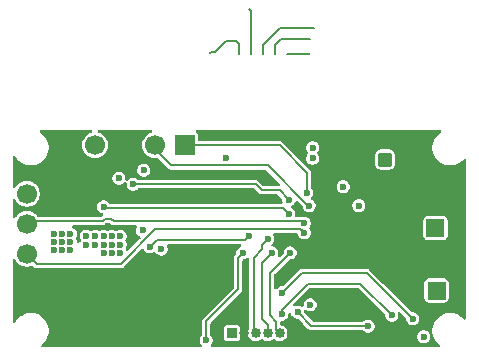
<source format=gbr>
%TF.GenerationSoftware,KiCad,Pcbnew,9.0.4*%
%TF.CreationDate,2025-10-30T10:47:44-04:00*%
%TF.ProjectId,SERVO-ESC,53455256-4f2d-4455-9343-2e6b69636164,rev?*%
%TF.SameCoordinates,Original*%
%TF.FileFunction,Copper,L4,Bot*%
%TF.FilePolarity,Positive*%
%FSLAX46Y46*%
G04 Gerber Fmt 4.6, Leading zero omitted, Abs format (unit mm)*
G04 Created by KiCad (PCBNEW 9.0.4) date 2025-10-30 10:47:44*
%MOMM*%
%LPD*%
G01*
G04 APERTURE LIST*
G04 Aperture macros list*
%AMRoundRect*
0 Rectangle with rounded corners*
0 $1 Rounding radius*
0 $2 $3 $4 $5 $6 $7 $8 $9 X,Y pos of 4 corners*
0 Add a 4 corners polygon primitive as box body*
4,1,4,$2,$3,$4,$5,$6,$7,$8,$9,$2,$3,0*
0 Add four circle primitives for the rounded corners*
1,1,$1+$1,$2,$3*
1,1,$1+$1,$4,$5*
1,1,$1+$1,$6,$7*
1,1,$1+$1,$8,$9*
0 Add four rect primitives between the rounded corners*
20,1,$1+$1,$2,$3,$4,$5,0*
20,1,$1+$1,$4,$5,$6,$7,0*
20,1,$1+$1,$6,$7,$8,$9,0*
20,1,$1+$1,$8,$9,$2,$3,0*%
G04 Aperture macros list end*
%TA.AperFunction,ComponentPad*%
%ADD10RoundRect,0.250000X0.350000X0.350000X-0.350000X0.350000X-0.350000X-0.350000X0.350000X-0.350000X0*%
%TD*%
%TA.AperFunction,ComponentPad*%
%ADD11C,1.200000*%
%TD*%
%TA.AperFunction,ComponentPad*%
%ADD12RoundRect,0.250000X-0.550000X-0.550000X0.550000X-0.550000X0.550000X0.550000X-0.550000X0.550000X0*%
%TD*%
%TA.AperFunction,ComponentPad*%
%ADD13R,0.850000X0.850000*%
%TD*%
%TA.AperFunction,ComponentPad*%
%ADD14C,0.850000*%
%TD*%
%TA.AperFunction,ComponentPad*%
%ADD15R,1.700000X1.700000*%
%TD*%
%TA.AperFunction,ComponentPad*%
%ADD16C,1.700000*%
%TD*%
%TA.AperFunction,ViaPad*%
%ADD17C,0.600000*%
%TD*%
%TA.AperFunction,Conductor*%
%ADD18C,0.200000*%
%TD*%
G04 APERTURE END LIST*
D10*
%TO.P,C4,1*%
%TO.N,+7V*%
X81522600Y-33600000D03*
D11*
%TO.P,C4,2*%
%TO.N,GND*%
X80022600Y-33600000D03*
%TD*%
D12*
%TO.P,J6,1,Pin_1*%
%TO.N,HBRIDGE+*%
X85900000Y-44700000D03*
%TD*%
%TO.P,J5,1,Pin_1*%
%TO.N,HBRIDGE-*%
X85800000Y-39400000D03*
%TD*%
D13*
%TO.P,MAG,1,Pin_1*%
%TO.N,+3.3V*%
X68600000Y-48310000D03*
D14*
%TO.P,MAG,2,Pin_2*%
%TO.N,GND*%
X69600000Y-48310000D03*
%TO.P,MAG,3,Pin_3*%
%TO.N,MAG-SCLK*%
X70600000Y-48310000D03*
%TO.P,MAG,4,Pin_4*%
%TO.N,MAG-MISO*%
X71600000Y-48310000D03*
%TO.P,MAG,5,Pin_5*%
%TO.N,MAG-MOSI*%
X72600000Y-48310000D03*
%TD*%
D15*
%TO.P,J1,1,Pin_1*%
%TO.N,GND*%
X51200000Y-44110000D03*
D16*
%TO.P,J1,2,Pin_2*%
%TO.N,I2C-SCL-2*%
X51200000Y-41570000D03*
%TO.P,J1,3,Pin_3*%
%TO.N,I2C-SDA-2*%
X51200000Y-39030000D03*
%TO.P,J1,4,Pin_4*%
%TO.N,+SV*%
X51200000Y-36490000D03*
%TD*%
D15*
%TO.P,J2,1,Pin_1*%
%TO.N,SWCLK*%
X64600000Y-32400000D03*
D16*
%TO.P,J2,2,Pin_2*%
%TO.N,SWDIO*%
X62060000Y-32400000D03*
%TO.P,J2,3,Pin_3*%
%TO.N,GND*%
X59520000Y-32400000D03*
%TO.P,J2,4,Pin_4*%
%TO.N,3.3V*%
X56980000Y-32400000D03*
%TD*%
D17*
%TO.N,GND*%
X56400000Y-48600000D03*
X55700000Y-48600000D03*
X55000000Y-48600000D03*
X54300000Y-48600000D03*
X53600000Y-48600000D03*
X56400000Y-47900000D03*
X56400000Y-47200000D03*
X56400000Y-46500000D03*
X55700000Y-47900000D03*
X55000000Y-47900000D03*
X54300000Y-47900000D03*
X53600000Y-47900000D03*
X55700000Y-47200000D03*
X55000000Y-47200000D03*
X54300000Y-47200000D03*
X53600000Y-47200000D03*
X55700000Y-46500000D03*
X55000000Y-46500000D03*
X54300000Y-46500000D03*
X53600000Y-46500000D03*
X78100000Y-33900000D03*
X77500000Y-33900000D03*
X76800000Y-33900000D03*
X78100000Y-33200000D03*
X77500000Y-33200000D03*
X76800000Y-33200000D03*
X78200000Y-32500000D03*
X77500000Y-32500000D03*
X76800000Y-32500000D03*
X78200000Y-31800000D03*
X77500000Y-31800000D03*
X76800000Y-31800000D03*
%TO.N,+3.3V*%
X68100000Y-33500000D03*
%TO.N,TMP102-INT*%
X70000000Y-40100000D03*
X61600000Y-41000000D03*
X61000000Y-39600000D03*
%TO.N,HBRIDGE-FAULT*%
X74124265Y-46524265D03*
%TO.N,HBRIDGE-VREF*%
X72800000Y-46700000D03*
%TO.N,HBRIDGE-IPROPI*%
X72800000Y-44900000D03*
%TO.N,MAG-MISO*%
X71950000Y-41501000D03*
%TO.N,MAG-MOSI*%
X73500000Y-41501000D03*
%TO.N,MAG-SCLK*%
X71600000Y-40300000D03*
%TO.N,+3.3V*%
X75200000Y-45900000D03*
X78000000Y-35900000D03*
X62600000Y-41200000D03*
%TO.N,RGB-LED-RED*%
X69500000Y-41500000D03*
%TO.N,+3.3V*%
X61100000Y-34500000D03*
%TO.N,I2C-SCL-1*%
X73400000Y-38200000D03*
%TO.N,I2C-SDA-1*%
X73400000Y-37000000D03*
%TO.N,I2C-SCL-1*%
X57700000Y-37600000D03*
%TO.N,RGB-LED-RED*%
X66400000Y-48900000D03*
%TO.N,SWCLK*%
X74900000Y-36400000D03*
%TO.N,SWDIO*%
X75100000Y-37500000D03*
%TO.N,I2C-SCL-2*%
X74700000Y-39800003D03*
%TO.N,I2C-SDA-2*%
X74700000Y-39000000D03*
%TO.N,+3.3V*%
X84800000Y-48600000D03*
%TO.N,HBRIDGE-VREF*%
X82100000Y-46800000D03*
%TO.N,HBRIDGE-IPROPI*%
X83900000Y-47100000D03*
%TO.N,+3.3V*%
X75400000Y-33500000D03*
X75400000Y-32600000D03*
X79300000Y-37500000D03*
%TO.N,HBRIDGE-FAULT*%
X80100000Y-47700000D03*
%TO.N,+3.3V*%
X57700000Y-41500000D03*
X59100000Y-41500000D03*
X58400000Y-41500000D03*
X59100000Y-40800000D03*
X58400000Y-40800000D03*
X57700000Y-40800000D03*
X57000000Y-40800000D03*
X56200000Y-40800000D03*
X59100000Y-40100000D03*
X58400000Y-40100000D03*
X57700000Y-40100000D03*
X57000000Y-40100000D03*
X56250000Y-40100000D03*
%TO.N,GND*%
X58100000Y-39200000D03*
%TO.N,+7V*%
X54900000Y-41300000D03*
X54200000Y-41300000D03*
X53500000Y-41300000D03*
X54900000Y-40600000D03*
X54200000Y-40600000D03*
X53500000Y-40600000D03*
X54900000Y-39900000D03*
X54200000Y-39900000D03*
X53500000Y-39900000D03*
%TO.N,GND*%
X57500000Y-36700000D03*
%TO.N,I2C-SDA-1*%
X60200000Y-35700000D03*
%TO.N,INA236-INT*%
X59000000Y-35200000D03*
%TD*%
D18*
%TO.N,MAG-SCLK*%
X70400000Y-48110000D02*
X70600000Y-48310000D01*
X71600000Y-40300000D02*
X71100000Y-40800000D01*
X71100000Y-40800000D02*
X71100000Y-41200000D01*
X70400000Y-41900000D02*
X70400000Y-48110000D01*
X71100000Y-41200000D02*
X70400000Y-41900000D01*
%TO.N,MAG-MISO*%
X71600000Y-47600000D02*
X71600000Y-48310000D01*
X71100000Y-47100000D02*
X71600000Y-47600000D01*
X71100000Y-42400000D02*
X71100000Y-47100000D01*
X71950000Y-41550000D02*
X71100000Y-42400000D01*
X71950000Y-41501000D02*
X71950000Y-41550000D01*
%TO.N,MAG-MOSI*%
X72326000Y-48036000D02*
X72600000Y-48310000D01*
X72326000Y-47326000D02*
X72326000Y-48036000D01*
X71800000Y-46800000D02*
X72326000Y-47326000D01*
X71800000Y-43201000D02*
X71800000Y-46800000D01*
X73500000Y-41501000D02*
X71800000Y-43201000D01*
%TO.N,+3.3V*%
X69200000Y-23840000D02*
X69200000Y-24700000D01*
X68930000Y-23570000D02*
X69200000Y-23840000D01*
X68030000Y-23570000D02*
X68930000Y-23570000D01*
X67100000Y-24500000D02*
X68030000Y-23570000D01*
X66730000Y-24600000D02*
X66830000Y-24500000D01*
X66830000Y-24500000D02*
X67100000Y-24500000D01*
%TO.N,TMP102-INT*%
X62200000Y-40400000D02*
X61600000Y-41000000D01*
X70000000Y-40100000D02*
X69700000Y-40400000D01*
X69700000Y-40400000D02*
X62200000Y-40400000D01*
%TO.N,I2C-SCL-2*%
X74451057Y-39601000D02*
X74500997Y-39601000D01*
X62100000Y-39500000D02*
X74350057Y-39500000D01*
X52050000Y-42420000D02*
X59180000Y-42420000D01*
X59180000Y-42420000D02*
X62100000Y-39500000D01*
X74350057Y-39500000D02*
X74451057Y-39601000D01*
X74500997Y-39601000D02*
X74700000Y-39800003D01*
X51200000Y-41570000D02*
X52050000Y-42420000D01*
%TO.N,I2C-SDA-1*%
X71100000Y-36200000D02*
X70600000Y-35700000D01*
X72600000Y-36200000D02*
X71100000Y-36200000D01*
X70600000Y-35700000D02*
X60200000Y-35700000D01*
X73400000Y-37000000D02*
X72600000Y-36200000D01*
%TO.N,I2C-SCL-1*%
X57800000Y-37700000D02*
X57700000Y-37600000D01*
X72900000Y-37700000D02*
X57800000Y-37700000D01*
X73400000Y-38200000D02*
X72900000Y-37700000D01*
%TO.N,I2C-SDA-2*%
X57851057Y-38599000D02*
X57650057Y-38800000D01*
X57650057Y-38800000D02*
X51430000Y-38800000D01*
X51430000Y-38800000D02*
X51200000Y-39030000D01*
X58348943Y-38599000D02*
X57851057Y-38599000D01*
X58549943Y-38800000D02*
X58348943Y-38599000D01*
X74700000Y-39000000D02*
X74500000Y-38800000D01*
X74500000Y-38800000D02*
X58549943Y-38800000D01*
%TO.N,MAG-SCLK*%
X71200000Y-23925001D02*
X71200000Y-24700000D01*
X72625001Y-22500000D02*
X71200000Y-23925001D01*
X75500000Y-22500000D02*
X72625001Y-22500000D01*
%TO.N,HBRIDGE-FAULT*%
X75300000Y-47700000D02*
X80100000Y-47700000D01*
X74124265Y-46524265D02*
X75300000Y-47700000D01*
%TO.N,HBRIDGE-VREF*%
X79400000Y-44100000D02*
X82100000Y-46800000D01*
X75000000Y-44100000D02*
X79400000Y-44100000D01*
X72800000Y-46300000D02*
X75000000Y-44100000D01*
X72800000Y-46700000D02*
X72800000Y-46300000D01*
%TO.N,HBRIDGE-IPROPI*%
X80000000Y-43200000D02*
X83900000Y-47100000D01*
X72800000Y-44900000D02*
X74500000Y-43200000D01*
X74500000Y-43200000D02*
X80000000Y-43200000D01*
%TO.N,RGB-LED-RED*%
X66400000Y-47300000D02*
X66400000Y-48900000D01*
X69100000Y-44600000D02*
X66400000Y-47300000D01*
X69100000Y-41900000D02*
X69100000Y-44600000D01*
X69500000Y-41500000D02*
X69100000Y-41900000D01*
%TO.N,GND*%
X70200000Y-21040000D02*
X70200000Y-24700000D01*
X70030000Y-20870000D02*
X70200000Y-21040000D01*
%TO.N,MAG-MISO*%
X72725001Y-23400000D02*
X75150000Y-23400000D01*
X72200000Y-23925001D02*
X72725001Y-23400000D01*
X72200000Y-24700000D02*
X72200000Y-23925001D01*
%TO.N,MAG-MOSI*%
X75055000Y-24700000D02*
X75150000Y-24605000D01*
X73200000Y-24700000D02*
X75055000Y-24700000D01*
%TO.N,HBRIDGE-VREF*%
X82000000Y-46800000D02*
X82100000Y-46800000D01*
%TO.N,SWDIO*%
X75000000Y-37500000D02*
X75100000Y-37500000D01*
X63430000Y-34100000D02*
X71600000Y-34100000D01*
X62060000Y-32730000D02*
X63430000Y-34100000D01*
X62060000Y-32400000D02*
X62060000Y-32730000D01*
X71600000Y-34100000D02*
X75000000Y-37500000D01*
%TO.N,SWCLK*%
X74900000Y-34700000D02*
X74900000Y-36400000D01*
X72600000Y-32400000D02*
X74900000Y-34700000D01*
X64600000Y-32400000D02*
X72600000Y-32400000D01*
%TD*%
%TA.AperFunction,Conductor*%
%TO.N,GND*%
G36*
X69245935Y-40753674D02*
G01*
X69257138Y-40752470D01*
X69278859Y-40763342D01*
X69302163Y-40770185D01*
X69309540Y-40778698D01*
X69319618Y-40783743D01*
X69332014Y-40804635D01*
X69347918Y-40822989D01*
X69349521Y-40834140D01*
X69355272Y-40843832D01*
X69354405Y-40868106D01*
X69357862Y-40892147D01*
X69353181Y-40902396D01*
X69352779Y-40913657D01*
X69338927Y-40933607D01*
X69328837Y-40955703D01*
X69318323Y-40963284D01*
X69312932Y-40971050D01*
X69294124Y-40982209D01*
X69294553Y-40982952D01*
X69161988Y-41059488D01*
X69161982Y-41059493D01*
X69059493Y-41161982D01*
X69059488Y-41161988D01*
X68987017Y-41287511D01*
X68987016Y-41287515D01*
X68949500Y-41427525D01*
X68949500Y-41427527D01*
X68949500Y-41503456D01*
X68929815Y-41570495D01*
X68913181Y-41591137D01*
X68819531Y-41684786D01*
X68819529Y-41684789D01*
X68803252Y-41712982D01*
X68787360Y-41740509D01*
X68773386Y-41764712D01*
X68773386Y-41764713D01*
X68749500Y-41853856D01*
X68749500Y-44403456D01*
X68729815Y-44470495D01*
X68713181Y-44491137D01*
X66119531Y-47084786D01*
X66119529Y-47084789D01*
X66097765Y-47122487D01*
X66087360Y-47140509D01*
X66073386Y-47164712D01*
X66060452Y-47212982D01*
X66049500Y-47253856D01*
X66049500Y-48420614D01*
X66029815Y-48487653D01*
X66013181Y-48508295D01*
X65959493Y-48561982D01*
X65959488Y-48561988D01*
X65887017Y-48687511D01*
X65887016Y-48687515D01*
X65849500Y-48827525D01*
X65849500Y-48972475D01*
X65877645Y-49077511D01*
X65887017Y-49112488D01*
X65959488Y-49238011D01*
X65959493Y-49238017D01*
X66009295Y-49287819D01*
X66042780Y-49349142D01*
X66037796Y-49418834D01*
X65995924Y-49474767D01*
X65930460Y-49499184D01*
X65921614Y-49499500D01*
X52558189Y-49499500D01*
X52491150Y-49479815D01*
X52445395Y-49427011D01*
X52435451Y-49357853D01*
X52464476Y-49294297D01*
X52485303Y-49275182D01*
X52527510Y-49244517D01*
X52694517Y-49077510D01*
X52833343Y-48886433D01*
X52940568Y-48675992D01*
X53013553Y-48451368D01*
X53043548Y-48261988D01*
X53050500Y-48218097D01*
X53050500Y-47981902D01*
X53013553Y-47748631D01*
X52976469Y-47634500D01*
X52940568Y-47524008D01*
X52940566Y-47524005D01*
X52940566Y-47524003D01*
X52864390Y-47374500D01*
X52833343Y-47313567D01*
X52694517Y-47122490D01*
X52527510Y-46955483D01*
X52336433Y-46816657D01*
X52296959Y-46796544D01*
X52125996Y-46709433D01*
X51901368Y-46636446D01*
X51668097Y-46599500D01*
X51668092Y-46599500D01*
X51431908Y-46599500D01*
X51431903Y-46599500D01*
X51198631Y-46636446D01*
X50974003Y-46709433D01*
X50763566Y-46816657D01*
X50686744Y-46872472D01*
X50572490Y-46955483D01*
X50572488Y-46955485D01*
X50572487Y-46955485D01*
X50405485Y-47122487D01*
X50405485Y-47122488D01*
X50405483Y-47122490D01*
X50392390Y-47140511D01*
X50266655Y-47313568D01*
X50234984Y-47375727D01*
X50187010Y-47426522D01*
X50119189Y-47443317D01*
X50053054Y-47420779D01*
X50009603Y-47366064D01*
X50000500Y-47319431D01*
X50000500Y-42156405D01*
X50020185Y-42089366D01*
X50072989Y-42043611D01*
X50142147Y-42033667D01*
X50205703Y-42062692D01*
X50234985Y-42100111D01*
X50258766Y-42146786D01*
X50265755Y-42156405D01*
X50360586Y-42286928D01*
X50483072Y-42409414D01*
X50623212Y-42511232D01*
X50777555Y-42589873D01*
X50942299Y-42643402D01*
X51113389Y-42670500D01*
X51113390Y-42670500D01*
X51286610Y-42670500D01*
X51286611Y-42670500D01*
X51457701Y-42643402D01*
X51622445Y-42589873D01*
X51622447Y-42589871D01*
X51626971Y-42588402D01*
X51696812Y-42586407D01*
X51752970Y-42618652D01*
X51834788Y-42700470D01*
X51914712Y-42746614D01*
X52003856Y-42770500D01*
X52003857Y-42770500D01*
X52003858Y-42770500D01*
X59226142Y-42770500D01*
X59226144Y-42770500D01*
X59315288Y-42746614D01*
X59395212Y-42700470D01*
X60898146Y-41197535D01*
X60959467Y-41164052D01*
X61029159Y-41169036D01*
X61085092Y-41210908D01*
X61093212Y-41223217D01*
X61103194Y-41240506D01*
X61159491Y-41338015D01*
X61261985Y-41440509D01*
X61261986Y-41440510D01*
X61261988Y-41440511D01*
X61387511Y-41512982D01*
X61387512Y-41512982D01*
X61387515Y-41512984D01*
X61527525Y-41550500D01*
X61527528Y-41550500D01*
X61672472Y-41550500D01*
X61672475Y-41550500D01*
X61812485Y-41512984D01*
X61938015Y-41440509D01*
X61938020Y-41440503D01*
X61940304Y-41438752D01*
X61942587Y-41437869D01*
X61945054Y-41436445D01*
X61945276Y-41436829D01*
X62005472Y-41413555D01*
X62073917Y-41427591D01*
X62123180Y-41475123D01*
X62159491Y-41538015D01*
X62261985Y-41640509D01*
X62261986Y-41640510D01*
X62261988Y-41640511D01*
X62387511Y-41712982D01*
X62387512Y-41712982D01*
X62387515Y-41712984D01*
X62527525Y-41750500D01*
X62527528Y-41750500D01*
X62672472Y-41750500D01*
X62672475Y-41750500D01*
X62812485Y-41712984D01*
X62938015Y-41640509D01*
X63040509Y-41538015D01*
X63112984Y-41412485D01*
X63150500Y-41272475D01*
X63150500Y-41127525D01*
X63112984Y-40987515D01*
X63112696Y-40987016D01*
X63083531Y-40936500D01*
X63067058Y-40868600D01*
X63089911Y-40802573D01*
X63144832Y-40759382D01*
X63190918Y-40750500D01*
X69235124Y-40750500D01*
X69245935Y-40753674D01*
G37*
%TD.AperFunction*%
%TA.AperFunction,Conductor*%
G36*
X86246488Y-31120185D02*
G01*
X86292243Y-31172989D01*
X86302187Y-31242147D01*
X86273162Y-31305703D01*
X86252337Y-31324815D01*
X86072490Y-31455483D01*
X86072488Y-31455485D01*
X86072487Y-31455485D01*
X85905485Y-31622487D01*
X85905485Y-31622488D01*
X85905483Y-31622490D01*
X85845862Y-31704550D01*
X85766657Y-31813566D01*
X85659433Y-32024003D01*
X85586446Y-32248631D01*
X85549500Y-32481902D01*
X85549500Y-32718097D01*
X85586446Y-32951368D01*
X85659433Y-33175996D01*
X85734985Y-33324273D01*
X85766657Y-33386433D01*
X85905483Y-33577510D01*
X86072490Y-33744517D01*
X86263567Y-33883343D01*
X86362991Y-33934002D01*
X86474003Y-33990566D01*
X86474005Y-33990566D01*
X86474008Y-33990568D01*
X86594412Y-34029689D01*
X86698631Y-34063553D01*
X86931903Y-34100500D01*
X86931908Y-34100500D01*
X87168097Y-34100500D01*
X87401368Y-34063553D01*
X87413863Y-34059493D01*
X87625992Y-33990568D01*
X87836433Y-33883343D01*
X88027510Y-33744517D01*
X88187819Y-33584208D01*
X88249142Y-33550723D01*
X88318834Y-33555707D01*
X88374767Y-33597579D01*
X88399184Y-33663043D01*
X88399500Y-33671889D01*
X88399500Y-47028111D01*
X88379815Y-47095150D01*
X88327011Y-47140905D01*
X88257853Y-47150849D01*
X88194297Y-47121824D01*
X88187819Y-47115792D01*
X88027512Y-46955485D01*
X88027510Y-46955483D01*
X87836433Y-46816657D01*
X87796959Y-46796544D01*
X87625996Y-46709433D01*
X87401368Y-46636446D01*
X87168097Y-46599500D01*
X87168092Y-46599500D01*
X86931908Y-46599500D01*
X86931903Y-46599500D01*
X86698631Y-46636446D01*
X86474003Y-46709433D01*
X86263566Y-46816657D01*
X86186744Y-46872472D01*
X86072490Y-46955483D01*
X86072488Y-46955485D01*
X86072487Y-46955485D01*
X85905485Y-47122487D01*
X85905485Y-47122488D01*
X85905483Y-47122490D01*
X85892390Y-47140511D01*
X85766657Y-47313566D01*
X85659433Y-47524003D01*
X85586446Y-47748631D01*
X85549500Y-47981902D01*
X85549500Y-48218097D01*
X85585874Y-48447759D01*
X85585877Y-48447771D01*
X85586447Y-48451368D01*
X85588696Y-48458292D01*
X85588700Y-48458304D01*
X85659433Y-48675996D01*
X85763669Y-48880568D01*
X85766657Y-48886433D01*
X85905483Y-49077510D01*
X86072490Y-49244517D01*
X86114697Y-49275182D01*
X86157362Y-49330513D01*
X86163341Y-49400126D01*
X86130735Y-49461921D01*
X86069896Y-49496278D01*
X86041811Y-49499500D01*
X66878386Y-49499500D01*
X66811347Y-49479815D01*
X66765592Y-49427011D01*
X66755648Y-49357853D01*
X66784673Y-49294297D01*
X66790705Y-49287819D01*
X66803342Y-49275182D01*
X66840509Y-49238015D01*
X66912984Y-49112485D01*
X66950500Y-48972475D01*
X66950500Y-48827525D01*
X66912984Y-48687515D01*
X66906333Y-48675996D01*
X66840511Y-48561988D01*
X66840506Y-48561982D01*
X66786819Y-48508295D01*
X66753334Y-48446972D01*
X66750500Y-48420614D01*
X66750500Y-47860321D01*
X67924500Y-47860321D01*
X67924500Y-48759678D01*
X67939032Y-48832735D01*
X67939033Y-48832739D01*
X67940338Y-48834692D01*
X67994399Y-48915601D01*
X68060161Y-48959541D01*
X68077260Y-48970966D01*
X68077264Y-48970967D01*
X68150321Y-48985499D01*
X68150324Y-48985500D01*
X68150326Y-48985500D01*
X69049676Y-48985500D01*
X69049677Y-48985499D01*
X69122740Y-48970966D01*
X69205601Y-48915601D01*
X69260966Y-48832740D01*
X69275500Y-48759674D01*
X69275500Y-47860326D01*
X69275500Y-47860323D01*
X69275499Y-47860321D01*
X69260967Y-47787264D01*
X69260966Y-47787260D01*
X69235057Y-47748484D01*
X69205601Y-47704399D01*
X69139839Y-47660459D01*
X69122739Y-47649033D01*
X69122735Y-47649032D01*
X69049677Y-47634500D01*
X69049674Y-47634500D01*
X68150326Y-47634500D01*
X68150323Y-47634500D01*
X68077264Y-47649032D01*
X68077260Y-47649033D01*
X67994399Y-47704399D01*
X67939033Y-47787260D01*
X67939032Y-47787264D01*
X67924500Y-47860321D01*
X66750500Y-47860321D01*
X66750500Y-47496544D01*
X66770185Y-47429505D01*
X66786819Y-47408863D01*
X68083197Y-46112485D01*
X69380470Y-44815212D01*
X69426614Y-44735288D01*
X69440145Y-44684788D01*
X69450500Y-44646144D01*
X69450500Y-42174500D01*
X69470185Y-42107461D01*
X69522989Y-42061706D01*
X69564560Y-42052662D01*
X69564415Y-42051561D01*
X69572471Y-42050500D01*
X69572475Y-42050500D01*
X69712485Y-42012984D01*
X69838015Y-41940509D01*
X69838019Y-41940504D01*
X69844461Y-41935562D01*
X69845280Y-41936630D01*
X69899142Y-41907220D01*
X69968834Y-41912204D01*
X70024767Y-41954076D01*
X70049184Y-42019540D01*
X70049500Y-42028386D01*
X70049500Y-47880399D01*
X70029815Y-47947438D01*
X70028603Y-47949289D01*
X70001382Y-47990027D01*
X70001376Y-47990038D01*
X69950461Y-48112959D01*
X69950458Y-48112969D01*
X69924500Y-48243466D01*
X69924500Y-48243469D01*
X69924500Y-48376531D01*
X69924500Y-48376533D01*
X69924499Y-48376533D01*
X69950458Y-48507030D01*
X69950461Y-48507040D01*
X70001376Y-48629961D01*
X70001386Y-48629979D01*
X70075301Y-48740601D01*
X70075307Y-48740609D01*
X70169390Y-48834692D01*
X70169398Y-48834698D01*
X70280020Y-48908613D01*
X70280023Y-48908614D01*
X70280031Y-48908620D01*
X70280037Y-48908622D01*
X70280038Y-48908623D01*
X70351002Y-48938017D01*
X70402964Y-48959540D01*
X70402968Y-48959540D01*
X70402969Y-48959541D01*
X70533466Y-48985500D01*
X70533469Y-48985500D01*
X70666533Y-48985500D01*
X70754325Y-48968035D01*
X70797036Y-48959540D01*
X70919969Y-48908620D01*
X70961952Y-48880568D01*
X71031110Y-48834359D01*
X71097787Y-48813481D01*
X71165167Y-48831966D01*
X71168890Y-48834359D01*
X71280020Y-48908613D01*
X71280023Y-48908614D01*
X71280031Y-48908620D01*
X71280037Y-48908622D01*
X71280038Y-48908623D01*
X71351002Y-48938017D01*
X71402964Y-48959540D01*
X71402968Y-48959540D01*
X71402969Y-48959541D01*
X71533466Y-48985500D01*
X71533469Y-48985500D01*
X71666533Y-48985500D01*
X71754325Y-48968035D01*
X71797036Y-48959540D01*
X71919969Y-48908620D01*
X71961952Y-48880568D01*
X72031110Y-48834359D01*
X72097787Y-48813481D01*
X72165167Y-48831966D01*
X72168890Y-48834359D01*
X72280020Y-48908613D01*
X72280023Y-48908614D01*
X72280031Y-48908620D01*
X72280037Y-48908622D01*
X72280038Y-48908623D01*
X72351002Y-48938017D01*
X72402964Y-48959540D01*
X72402968Y-48959540D01*
X72402969Y-48959541D01*
X72533466Y-48985500D01*
X72533469Y-48985500D01*
X72666533Y-48985500D01*
X72754325Y-48968035D01*
X72797036Y-48959540D01*
X72919969Y-48908620D01*
X73030606Y-48834695D01*
X73124695Y-48740606D01*
X73198620Y-48629969D01*
X73241053Y-48527525D01*
X84249500Y-48527525D01*
X84249500Y-48672475D01*
X84287016Y-48812485D01*
X84287017Y-48812488D01*
X84359488Y-48938011D01*
X84359490Y-48938013D01*
X84359491Y-48938015D01*
X84461985Y-49040509D01*
X84461986Y-49040510D01*
X84461988Y-49040511D01*
X84587511Y-49112982D01*
X84587512Y-49112982D01*
X84587515Y-49112984D01*
X84727525Y-49150500D01*
X84727528Y-49150500D01*
X84872472Y-49150500D01*
X84872475Y-49150500D01*
X85012485Y-49112984D01*
X85138015Y-49040509D01*
X85240509Y-48938015D01*
X85312984Y-48812485D01*
X85350500Y-48672475D01*
X85350500Y-48527525D01*
X85312984Y-48387515D01*
X85306642Y-48376531D01*
X85240511Y-48261988D01*
X85240506Y-48261982D01*
X85138017Y-48159493D01*
X85138011Y-48159488D01*
X85012488Y-48087017D01*
X85012489Y-48087017D01*
X85001006Y-48083940D01*
X84872475Y-48049500D01*
X84727525Y-48049500D01*
X84598993Y-48083940D01*
X84587511Y-48087017D01*
X84461988Y-48159488D01*
X84461982Y-48159493D01*
X84359493Y-48261982D01*
X84359488Y-48261988D01*
X84287017Y-48387511D01*
X84287016Y-48387515D01*
X84249500Y-48527525D01*
X73241053Y-48527525D01*
X73249540Y-48507036D01*
X73259234Y-48458304D01*
X73275500Y-48376533D01*
X73275500Y-48243466D01*
X73249541Y-48112969D01*
X73249540Y-48112968D01*
X73249540Y-48112964D01*
X73238792Y-48087016D01*
X73198623Y-47990038D01*
X73198622Y-47990037D01*
X73198620Y-47990031D01*
X73193192Y-47981908D01*
X73124698Y-47879398D01*
X73124692Y-47879390D01*
X73030609Y-47785307D01*
X73030601Y-47785301D01*
X72919979Y-47711386D01*
X72919972Y-47711382D01*
X72919969Y-47711380D01*
X72919965Y-47711378D01*
X72919961Y-47711376D01*
X72797040Y-47660461D01*
X72797033Y-47660459D01*
X72776306Y-47656336D01*
X72748179Y-47641622D01*
X72719297Y-47628432D01*
X72717439Y-47625540D01*
X72714396Y-47623949D01*
X72698689Y-47596366D01*
X72681523Y-47569654D01*
X72680862Y-47565057D01*
X72679823Y-47563233D01*
X72676500Y-47534719D01*
X72676500Y-47374500D01*
X72696185Y-47307461D01*
X72748989Y-47261706D01*
X72800500Y-47250500D01*
X72872472Y-47250500D01*
X72872475Y-47250500D01*
X73012485Y-47212984D01*
X73138015Y-47140509D01*
X73240509Y-47038015D01*
X73312984Y-46912485D01*
X73350500Y-46772475D01*
X73350500Y-46705375D01*
X73370185Y-46638336D01*
X73422989Y-46592581D01*
X73492147Y-46582637D01*
X73555703Y-46611662D01*
X73593477Y-46670440D01*
X73594260Y-46673229D01*
X73608809Y-46727525D01*
X73611282Y-46736753D01*
X73683753Y-46862276D01*
X73683755Y-46862278D01*
X73683756Y-46862280D01*
X73786250Y-46964774D01*
X73786251Y-46964775D01*
X73786253Y-46964776D01*
X73911776Y-47037247D01*
X73911777Y-47037247D01*
X73911780Y-47037249D01*
X74051790Y-47074765D01*
X74127721Y-47074765D01*
X74194760Y-47094450D01*
X74215402Y-47111084D01*
X74628322Y-47524003D01*
X75019531Y-47915212D01*
X75084788Y-47980469D01*
X75084791Y-47980470D01*
X75084794Y-47980473D01*
X75164706Y-48026611D01*
X75164707Y-48026611D01*
X75164712Y-48026614D01*
X75253856Y-48050500D01*
X79620614Y-48050500D01*
X79687653Y-48070185D01*
X79708295Y-48086819D01*
X79761985Y-48140509D01*
X79761986Y-48140510D01*
X79761988Y-48140511D01*
X79887511Y-48212982D01*
X79887512Y-48212982D01*
X79887515Y-48212984D01*
X80027525Y-48250500D01*
X80027528Y-48250500D01*
X80172472Y-48250500D01*
X80172475Y-48250500D01*
X80312485Y-48212984D01*
X80438015Y-48140509D01*
X80540509Y-48038015D01*
X80612984Y-47912485D01*
X80650500Y-47772475D01*
X80650500Y-47627525D01*
X80612984Y-47487515D01*
X80584406Y-47438017D01*
X80540511Y-47361988D01*
X80540506Y-47361982D01*
X80438017Y-47259493D01*
X80438011Y-47259488D01*
X80312488Y-47187017D01*
X80312489Y-47187017D01*
X80301006Y-47183940D01*
X80172475Y-47149500D01*
X80027525Y-47149500D01*
X79898993Y-47183940D01*
X79887511Y-47187017D01*
X79761988Y-47259488D01*
X79761982Y-47259493D01*
X79708295Y-47313181D01*
X79646972Y-47346666D01*
X79620614Y-47349500D01*
X75496543Y-47349500D01*
X75429504Y-47329815D01*
X75408862Y-47313181D01*
X74711084Y-46615402D01*
X74696380Y-46588474D01*
X74679788Y-46562656D01*
X74678896Y-46556455D01*
X74677599Y-46554079D01*
X74674765Y-46527721D01*
X74674765Y-46447191D01*
X74694450Y-46380152D01*
X74747254Y-46334397D01*
X74816412Y-46324453D01*
X74860766Y-46339804D01*
X74861982Y-46340506D01*
X74861985Y-46340509D01*
X74987515Y-46412984D01*
X75127525Y-46450500D01*
X75127528Y-46450500D01*
X75272472Y-46450500D01*
X75272475Y-46450500D01*
X75412485Y-46412984D01*
X75538015Y-46340509D01*
X75640509Y-46238015D01*
X75712984Y-46112485D01*
X75750500Y-45972475D01*
X75750500Y-45827525D01*
X75712984Y-45687515D01*
X75698357Y-45662181D01*
X75640511Y-45561988D01*
X75640506Y-45561982D01*
X75538017Y-45459493D01*
X75538011Y-45459488D01*
X75412488Y-45387017D01*
X75412489Y-45387017D01*
X75401006Y-45383940D01*
X75272475Y-45349500D01*
X75127525Y-45349500D01*
X74998993Y-45383940D01*
X74987511Y-45387017D01*
X74861988Y-45459488D01*
X74861982Y-45459493D01*
X74759493Y-45561982D01*
X74759488Y-45561988D01*
X74687017Y-45687511D01*
X74687016Y-45687515D01*
X74649500Y-45827525D01*
X74649500Y-45827527D01*
X74649500Y-45977073D01*
X74629815Y-46044112D01*
X74577011Y-46089867D01*
X74507853Y-46099811D01*
X74463500Y-46084460D01*
X74336753Y-46011282D01*
X74336754Y-46011282D01*
X74325271Y-46008205D01*
X74196740Y-45973765D01*
X74051790Y-45973765D01*
X73911576Y-46011335D01*
X73841726Y-46009672D01*
X73783864Y-45970509D01*
X73756360Y-45906281D01*
X73767947Y-45837378D01*
X73791799Y-45803882D01*
X75108863Y-44486819D01*
X75170186Y-44453334D01*
X75196544Y-44450500D01*
X79203456Y-44450500D01*
X79270495Y-44470185D01*
X79291137Y-44486819D01*
X81513181Y-46708863D01*
X81546666Y-46770186D01*
X81549500Y-46796544D01*
X81549500Y-46872475D01*
X81587016Y-47012485D01*
X81587017Y-47012488D01*
X81659488Y-47138011D01*
X81659490Y-47138013D01*
X81659491Y-47138015D01*
X81761985Y-47240509D01*
X81761986Y-47240510D01*
X81761988Y-47240511D01*
X81887511Y-47312982D01*
X81887512Y-47312982D01*
X81887515Y-47312984D01*
X82027525Y-47350500D01*
X82027528Y-47350500D01*
X82172472Y-47350500D01*
X82172475Y-47350500D01*
X82312485Y-47312984D01*
X82438015Y-47240509D01*
X82540509Y-47138015D01*
X82612984Y-47012485D01*
X82650500Y-46872475D01*
X82650500Y-46727525D01*
X82630692Y-46653601D01*
X82632355Y-46583755D01*
X82671517Y-46525893D01*
X82735745Y-46498388D01*
X82804647Y-46509974D01*
X82838148Y-46533830D01*
X83313181Y-47008863D01*
X83346666Y-47070186D01*
X83349500Y-47096544D01*
X83349500Y-47172475D01*
X83372817Y-47259493D01*
X83387017Y-47312488D01*
X83459488Y-47438011D01*
X83459490Y-47438013D01*
X83459491Y-47438015D01*
X83561985Y-47540509D01*
X83561986Y-47540510D01*
X83561988Y-47540511D01*
X83687511Y-47612982D01*
X83687512Y-47612982D01*
X83687515Y-47612984D01*
X83827525Y-47650500D01*
X83827528Y-47650500D01*
X83972472Y-47650500D01*
X83972475Y-47650500D01*
X84112485Y-47612984D01*
X84238015Y-47540509D01*
X84340509Y-47438015D01*
X84412984Y-47312485D01*
X84450500Y-47172475D01*
X84450500Y-47027525D01*
X84412984Y-46887515D01*
X84398412Y-46862276D01*
X84340511Y-46761988D01*
X84340506Y-46761982D01*
X84238017Y-46659493D01*
X84238011Y-46659488D01*
X84112488Y-46587017D01*
X84112489Y-46587017D01*
X84100315Y-46583755D01*
X83972475Y-46549500D01*
X83972472Y-46549500D01*
X83896544Y-46549500D01*
X83829505Y-46529815D01*
X83808863Y-46513181D01*
X81397817Y-44102135D01*
X84849500Y-44102135D01*
X84849500Y-45297870D01*
X84849501Y-45297876D01*
X84855908Y-45357483D01*
X84906202Y-45492328D01*
X84906206Y-45492335D01*
X84992452Y-45607544D01*
X84992455Y-45607547D01*
X85107664Y-45693793D01*
X85107671Y-45693797D01*
X85242517Y-45744091D01*
X85242516Y-45744091D01*
X85249444Y-45744835D01*
X85302127Y-45750500D01*
X86497872Y-45750499D01*
X86557483Y-45744091D01*
X86692331Y-45693796D01*
X86807546Y-45607546D01*
X86893796Y-45492331D01*
X86944091Y-45357483D01*
X86950500Y-45297873D01*
X86950499Y-44102128D01*
X86944091Y-44042517D01*
X86893796Y-43907669D01*
X86893795Y-43907668D01*
X86893793Y-43907664D01*
X86807547Y-43792455D01*
X86807544Y-43792452D01*
X86692335Y-43706206D01*
X86692328Y-43706202D01*
X86557482Y-43655908D01*
X86557483Y-43655908D01*
X86497883Y-43649501D01*
X86497881Y-43649500D01*
X86497873Y-43649500D01*
X86497864Y-43649500D01*
X85302129Y-43649500D01*
X85302123Y-43649501D01*
X85242516Y-43655908D01*
X85107671Y-43706202D01*
X85107664Y-43706206D01*
X84992455Y-43792452D01*
X84992452Y-43792455D01*
X84906206Y-43907664D01*
X84906202Y-43907671D01*
X84855908Y-44042517D01*
X84849501Y-44102116D01*
X84849501Y-44102123D01*
X84849500Y-44102135D01*
X81397817Y-44102135D01*
X80215213Y-42919531D01*
X80215208Y-42919527D01*
X80135290Y-42873387D01*
X80135289Y-42873386D01*
X80135288Y-42873386D01*
X80046144Y-42849500D01*
X74453856Y-42849500D01*
X74364712Y-42873386D01*
X74364709Y-42873387D01*
X74284791Y-42919527D01*
X74284786Y-42919531D01*
X72891137Y-44313181D01*
X72829814Y-44346666D01*
X72803456Y-44349500D01*
X72727525Y-44349500D01*
X72598993Y-44383940D01*
X72587511Y-44387017D01*
X72461988Y-44459488D01*
X72461982Y-44459493D01*
X72362181Y-44559295D01*
X72300858Y-44592780D01*
X72231166Y-44587796D01*
X72175233Y-44545924D01*
X72150816Y-44480460D01*
X72150500Y-44471614D01*
X72150500Y-43397544D01*
X72170185Y-43330505D01*
X72186819Y-43309863D01*
X73408863Y-42087819D01*
X73470186Y-42054334D01*
X73496544Y-42051500D01*
X73572472Y-42051500D01*
X73572475Y-42051500D01*
X73712485Y-42013984D01*
X73838015Y-41941509D01*
X73940509Y-41839015D01*
X74012984Y-41713485D01*
X74050500Y-41573475D01*
X74050500Y-41428525D01*
X74012984Y-41288515D01*
X74012404Y-41287511D01*
X73940511Y-41162988D01*
X73940506Y-41162982D01*
X73838017Y-41060493D01*
X73838011Y-41060488D01*
X73712488Y-40988017D01*
X73712489Y-40988017D01*
X73690813Y-40982209D01*
X73572475Y-40950500D01*
X73427525Y-40950500D01*
X73309187Y-40982209D01*
X73287511Y-40988017D01*
X73161988Y-41060488D01*
X73161982Y-41060493D01*
X73059493Y-41162982D01*
X73059488Y-41162988D01*
X72987017Y-41288511D01*
X72987016Y-41288515D01*
X72949500Y-41428525D01*
X72949500Y-41428527D01*
X72949500Y-41504456D01*
X72929815Y-41571495D01*
X72913181Y-41592137D01*
X72669846Y-41835471D01*
X72608523Y-41868956D01*
X72538831Y-41863972D01*
X72482898Y-41822100D01*
X72458481Y-41756636D01*
X72462390Y-41715695D01*
X72462980Y-41713490D01*
X72462984Y-41713485D01*
X72500500Y-41573475D01*
X72500500Y-41428525D01*
X72462984Y-41288515D01*
X72462404Y-41287511D01*
X72390511Y-41162988D01*
X72390506Y-41162982D01*
X72288017Y-41060493D01*
X72288011Y-41060488D01*
X72162488Y-40988017D01*
X72162489Y-40988017D01*
X72042628Y-40955900D01*
X72022475Y-40950500D01*
X72022471Y-40950499D01*
X72014415Y-40949439D01*
X72014763Y-40946793D01*
X71960347Y-40930815D01*
X71914592Y-40878011D01*
X71904648Y-40808853D01*
X71933673Y-40745297D01*
X71939705Y-40738819D01*
X71951912Y-40726612D01*
X72040509Y-40638015D01*
X72112984Y-40512485D01*
X72150500Y-40372475D01*
X72150500Y-40227525D01*
X72112984Y-40087515D01*
X72095645Y-40057483D01*
X72083531Y-40036500D01*
X72067058Y-39968600D01*
X72089911Y-39902573D01*
X72144832Y-39859382D01*
X72190918Y-39850500D01*
X74048463Y-39850500D01*
X74115502Y-39870185D01*
X74161257Y-39922989D01*
X74168235Y-39942399D01*
X74187016Y-40012488D01*
X74187017Y-40012491D01*
X74259488Y-40138014D01*
X74259490Y-40138016D01*
X74259491Y-40138018D01*
X74361985Y-40240512D01*
X74361986Y-40240513D01*
X74361988Y-40240514D01*
X74487511Y-40312985D01*
X74487512Y-40312985D01*
X74487515Y-40312987D01*
X74627525Y-40350503D01*
X74627528Y-40350503D01*
X74772472Y-40350503D01*
X74772475Y-40350503D01*
X74912485Y-40312987D01*
X75038015Y-40240512D01*
X75140509Y-40138018D01*
X75212984Y-40012488D01*
X75250500Y-39872478D01*
X75250500Y-39727528D01*
X75212984Y-39587518D01*
X75140515Y-39461998D01*
X75124043Y-39394102D01*
X75140516Y-39338002D01*
X75212984Y-39212485D01*
X75250500Y-39072475D01*
X75250500Y-38927525D01*
X75216901Y-38802135D01*
X84749500Y-38802135D01*
X84749500Y-39997870D01*
X84749501Y-39997876D01*
X84755908Y-40057483D01*
X84806202Y-40192328D01*
X84806206Y-40192335D01*
X84892452Y-40307544D01*
X84892455Y-40307547D01*
X85007664Y-40393793D01*
X85007671Y-40393797D01*
X85142517Y-40444091D01*
X85142516Y-40444091D01*
X85149444Y-40444835D01*
X85202127Y-40450500D01*
X86397872Y-40450499D01*
X86457483Y-40444091D01*
X86592331Y-40393796D01*
X86707546Y-40307546D01*
X86793796Y-40192331D01*
X86844091Y-40057483D01*
X86850500Y-39997873D01*
X86850499Y-38802128D01*
X86844091Y-38742517D01*
X86814053Y-38661982D01*
X86793797Y-38607671D01*
X86793793Y-38607664D01*
X86707547Y-38492455D01*
X86707544Y-38492452D01*
X86592335Y-38406206D01*
X86592328Y-38406202D01*
X86457482Y-38355908D01*
X86457483Y-38355908D01*
X86397883Y-38349501D01*
X86397881Y-38349500D01*
X86397873Y-38349500D01*
X86397864Y-38349500D01*
X85202129Y-38349500D01*
X85202123Y-38349501D01*
X85142516Y-38355908D01*
X85007671Y-38406202D01*
X85007664Y-38406206D01*
X84892455Y-38492452D01*
X84892452Y-38492455D01*
X84806206Y-38607664D01*
X84806202Y-38607671D01*
X84755908Y-38742517D01*
X84751071Y-38787511D01*
X84749501Y-38802123D01*
X84749500Y-38802135D01*
X75216901Y-38802135D01*
X75212984Y-38787515D01*
X75187004Y-38742517D01*
X75140511Y-38661988D01*
X75140506Y-38661982D01*
X75038017Y-38559493D01*
X75038011Y-38559488D01*
X74912488Y-38487017D01*
X74912489Y-38487017D01*
X74901006Y-38483940D01*
X74772475Y-38449500D01*
X74627525Y-38449500D01*
X74627520Y-38449500D01*
X74618919Y-38451805D01*
X74554747Y-38451805D01*
X74551090Y-38450825D01*
X74546144Y-38449500D01*
X74546143Y-38449500D01*
X74064666Y-38449500D01*
X73997627Y-38429815D01*
X73951872Y-38377011D01*
X73941928Y-38307853D01*
X73944891Y-38293407D01*
X73950500Y-38272475D01*
X73950500Y-38127525D01*
X73912984Y-37987515D01*
X73895133Y-37956597D01*
X73840511Y-37861988D01*
X73840506Y-37861982D01*
X73738017Y-37759493D01*
X73738015Y-37759491D01*
X73656604Y-37712488D01*
X73647769Y-37707387D01*
X73599553Y-37656820D01*
X73586331Y-37588213D01*
X73612299Y-37523348D01*
X73647769Y-37492613D01*
X73664082Y-37483194D01*
X73738015Y-37440509D01*
X73840509Y-37338015D01*
X73912984Y-37212485D01*
X73921601Y-37180324D01*
X73957964Y-37120666D01*
X74020810Y-37090136D01*
X74090186Y-37098430D01*
X74129056Y-37124738D01*
X74516016Y-37511698D01*
X74548110Y-37567285D01*
X74549500Y-37572472D01*
X74549500Y-37572475D01*
X74580192Y-37687016D01*
X74587017Y-37712488D01*
X74659488Y-37838011D01*
X74659490Y-37838013D01*
X74659491Y-37838015D01*
X74761985Y-37940509D01*
X74761986Y-37940510D01*
X74761988Y-37940511D01*
X74887511Y-38012982D01*
X74887512Y-38012982D01*
X74887515Y-38012984D01*
X75027525Y-38050500D01*
X75027528Y-38050500D01*
X75172472Y-38050500D01*
X75172475Y-38050500D01*
X75312485Y-38012984D01*
X75438015Y-37940509D01*
X75540509Y-37838015D01*
X75612984Y-37712485D01*
X75650500Y-37572475D01*
X75650500Y-37427525D01*
X78749500Y-37427525D01*
X78749500Y-37572475D01*
X78780192Y-37687016D01*
X78787017Y-37712488D01*
X78859488Y-37838011D01*
X78859490Y-37838013D01*
X78859491Y-37838015D01*
X78961985Y-37940509D01*
X78961986Y-37940510D01*
X78961988Y-37940511D01*
X79087511Y-38012982D01*
X79087512Y-38012982D01*
X79087515Y-38012984D01*
X79227525Y-38050500D01*
X79227528Y-38050500D01*
X79372472Y-38050500D01*
X79372475Y-38050500D01*
X79512485Y-38012984D01*
X79638015Y-37940509D01*
X79740509Y-37838015D01*
X79812984Y-37712485D01*
X79850500Y-37572475D01*
X79850500Y-37427525D01*
X79812984Y-37287515D01*
X79812975Y-37287500D01*
X79740511Y-37161988D01*
X79740506Y-37161982D01*
X79638017Y-37059493D01*
X79638011Y-37059488D01*
X79512488Y-36987017D01*
X79512489Y-36987017D01*
X79474937Y-36976955D01*
X79372475Y-36949500D01*
X79227525Y-36949500D01*
X79125063Y-36976955D01*
X79087511Y-36987017D01*
X78961988Y-37059488D01*
X78961982Y-37059493D01*
X78859493Y-37161982D01*
X78859488Y-37161988D01*
X78787017Y-37287511D01*
X78787016Y-37287515D01*
X78749500Y-37427525D01*
X75650500Y-37427525D01*
X75612984Y-37287515D01*
X75612975Y-37287500D01*
X75540511Y-37161988D01*
X75540506Y-37161982D01*
X75438017Y-37059493D01*
X75438015Y-37059491D01*
X75312485Y-36987016D01*
X75312340Y-36986932D01*
X75264124Y-36936365D01*
X75250902Y-36867758D01*
X75276870Y-36802893D01*
X75286643Y-36791880D01*
X75340509Y-36738015D01*
X75412984Y-36612485D01*
X75450500Y-36472475D01*
X75450500Y-36327525D01*
X75412984Y-36187515D01*
X75385843Y-36140506D01*
X75340511Y-36061988D01*
X75340506Y-36061982D01*
X75286819Y-36008295D01*
X75272115Y-35981367D01*
X75255523Y-35955549D01*
X75254631Y-35949348D01*
X75253334Y-35946972D01*
X75250500Y-35920614D01*
X75250500Y-35827525D01*
X77449500Y-35827525D01*
X77449500Y-35972475D01*
X77474976Y-36067552D01*
X77487017Y-36112488D01*
X77559488Y-36238011D01*
X77559490Y-36238013D01*
X77559491Y-36238015D01*
X77661985Y-36340509D01*
X77661986Y-36340510D01*
X77661988Y-36340511D01*
X77787511Y-36412982D01*
X77787512Y-36412982D01*
X77787515Y-36412984D01*
X77927525Y-36450500D01*
X77927528Y-36450500D01*
X78072472Y-36450500D01*
X78072475Y-36450500D01*
X78212485Y-36412984D01*
X78338015Y-36340509D01*
X78440509Y-36238015D01*
X78512984Y-36112485D01*
X78550500Y-35972475D01*
X78550500Y-35827525D01*
X78512984Y-35687515D01*
X78485843Y-35640506D01*
X78440511Y-35561988D01*
X78440506Y-35561982D01*
X78338017Y-35459493D01*
X78338011Y-35459488D01*
X78212488Y-35387017D01*
X78212489Y-35387017D01*
X78161621Y-35373387D01*
X78072475Y-35349500D01*
X77927525Y-35349500D01*
X77838379Y-35373387D01*
X77787511Y-35387017D01*
X77661988Y-35459488D01*
X77661982Y-35459493D01*
X77559493Y-35561982D01*
X77559488Y-35561988D01*
X77487017Y-35687511D01*
X77482583Y-35704055D01*
X77449500Y-35827525D01*
X75250500Y-35827525D01*
X75250500Y-34653858D01*
X75250500Y-34653856D01*
X75226614Y-34564712D01*
X75219696Y-34552731D01*
X75219695Y-34552726D01*
X75219694Y-34552727D01*
X75180470Y-34484788D01*
X73223207Y-32527525D01*
X74849500Y-32527525D01*
X74849500Y-32672475D01*
X74887016Y-32812485D01*
X74887017Y-32812488D01*
X74959488Y-32938011D01*
X74959489Y-32938012D01*
X74959491Y-32938015D01*
X74972844Y-32951368D01*
X74983796Y-32962320D01*
X75017280Y-33023644D01*
X75012294Y-33093335D01*
X74983796Y-33137680D01*
X74959488Y-33161988D01*
X74887017Y-33287511D01*
X74887016Y-33287515D01*
X74849500Y-33427525D01*
X74849500Y-33572475D01*
X74877511Y-33677011D01*
X74887017Y-33712488D01*
X74959488Y-33838011D01*
X74959490Y-33838013D01*
X74959491Y-33838015D01*
X75061985Y-33940509D01*
X75061986Y-33940510D01*
X75061988Y-33940511D01*
X75187511Y-34012982D01*
X75187512Y-34012982D01*
X75187515Y-34012984D01*
X75327525Y-34050500D01*
X75327528Y-34050500D01*
X75472472Y-34050500D01*
X75472475Y-34050500D01*
X75612485Y-34012984D01*
X75738015Y-33940509D01*
X75840509Y-33838015D01*
X75912984Y-33712485D01*
X75950500Y-33572475D01*
X75950500Y-33427525D01*
X75912984Y-33287515D01*
X75905571Y-33274676D01*
X75899825Y-33264723D01*
X75899824Y-33264722D01*
X75863690Y-33202135D01*
X80672100Y-33202135D01*
X80672100Y-33997870D01*
X80672101Y-33997876D01*
X80678508Y-34057483D01*
X80728802Y-34192328D01*
X80728806Y-34192335D01*
X80815052Y-34307544D01*
X80815055Y-34307547D01*
X80930264Y-34393793D01*
X80930271Y-34393797D01*
X81065117Y-34444091D01*
X81065116Y-34444091D01*
X81072044Y-34444835D01*
X81124727Y-34450500D01*
X81920472Y-34450499D01*
X81980083Y-34444091D01*
X82114931Y-34393796D01*
X82230146Y-34307546D01*
X82316396Y-34192331D01*
X82366691Y-34057483D01*
X82373100Y-33997873D01*
X82373099Y-33202128D01*
X82366691Y-33142517D01*
X82357147Y-33116929D01*
X82316397Y-33007671D01*
X82316393Y-33007664D01*
X82230147Y-32892455D01*
X82230144Y-32892452D01*
X82114935Y-32806206D01*
X82114928Y-32806202D01*
X81980082Y-32755908D01*
X81980083Y-32755908D01*
X81920483Y-32749501D01*
X81920481Y-32749500D01*
X81920473Y-32749500D01*
X81920464Y-32749500D01*
X81124729Y-32749500D01*
X81124723Y-32749501D01*
X81065116Y-32755908D01*
X80930271Y-32806202D01*
X80930264Y-32806206D01*
X80815055Y-32892452D01*
X80815052Y-32892455D01*
X80728806Y-33007664D01*
X80728802Y-33007671D01*
X80678508Y-33142517D01*
X80674909Y-33175996D01*
X80672101Y-33202123D01*
X80672100Y-33202135D01*
X75863690Y-33202135D01*
X75840509Y-33161985D01*
X75807904Y-33129380D01*
X75801308Y-33119668D01*
X75794064Y-33097133D01*
X75782720Y-33076358D01*
X75783569Y-33064484D01*
X75779926Y-33053151D01*
X75786015Y-33030277D01*
X75787704Y-33006666D01*
X75795552Y-32994453D01*
X75797901Y-32985633D01*
X75805924Y-32978315D01*
X75816205Y-32962319D01*
X75827156Y-32951368D01*
X75840509Y-32938015D01*
X75912984Y-32812485D01*
X75950500Y-32672475D01*
X75950500Y-32527525D01*
X75912984Y-32387515D01*
X75840509Y-32261985D01*
X75738015Y-32159491D01*
X75738013Y-32159490D01*
X75738011Y-32159488D01*
X75612488Y-32087017D01*
X75612489Y-32087017D01*
X75561621Y-32073387D01*
X75472475Y-32049500D01*
X75327525Y-32049500D01*
X75238379Y-32073387D01*
X75187511Y-32087017D01*
X75061988Y-32159488D01*
X75061982Y-32159493D01*
X74959493Y-32261982D01*
X74959488Y-32261988D01*
X74887017Y-32387511D01*
X74887016Y-32387515D01*
X74849500Y-32527525D01*
X73223207Y-32527525D01*
X72815212Y-32119530D01*
X72815211Y-32119529D01*
X72815208Y-32119527D01*
X72735290Y-32073387D01*
X72735289Y-32073386D01*
X72735288Y-32073386D01*
X72646144Y-32049500D01*
X72646143Y-32049500D01*
X65824500Y-32049500D01*
X65757461Y-32029815D01*
X65711706Y-31977011D01*
X65700500Y-31925500D01*
X65700500Y-31525323D01*
X65700499Y-31525321D01*
X65685967Y-31452264D01*
X65685966Y-31452260D01*
X65630601Y-31369399D01*
X65568045Y-31327601D01*
X65523241Y-31273991D01*
X65514534Y-31204666D01*
X65544688Y-31141638D01*
X65604131Y-31104918D01*
X65636937Y-31100500D01*
X86179449Y-31100500D01*
X86246488Y-31120185D01*
G37*
%TD.AperFunction*%
%TA.AperFunction,Conductor*%
G36*
X58219438Y-38969185D02*
G01*
X58240080Y-38985819D01*
X58334731Y-39080470D01*
X58414655Y-39126614D01*
X58503799Y-39150500D01*
X60409082Y-39150500D01*
X60476121Y-39170185D01*
X60521876Y-39222989D01*
X60531820Y-39292147D01*
X60516469Y-39336500D01*
X60487017Y-39387511D01*
X60487016Y-39387515D01*
X60449500Y-39527525D01*
X60449500Y-39672475D01*
X60487016Y-39812485D01*
X60487017Y-39812488D01*
X60559488Y-39938011D01*
X60559490Y-39938013D01*
X60559491Y-39938015D01*
X60661985Y-40040509D01*
X60743395Y-40087511D01*
X60776781Y-40106787D01*
X60824997Y-40157354D01*
X60838219Y-40225961D01*
X60812251Y-40290826D01*
X60802462Y-40301855D01*
X59801855Y-41302462D01*
X59779912Y-41314443D01*
X59760261Y-41329898D01*
X59749776Y-41330899D01*
X59740532Y-41335947D01*
X59715593Y-41334163D01*
X59690708Y-41336540D01*
X59681347Y-41331714D01*
X59670840Y-41330963D01*
X59650825Y-41315980D01*
X59628605Y-41304525D01*
X59618700Y-41291930D01*
X59614907Y-41289091D01*
X59606787Y-41276782D01*
X59569384Y-41211998D01*
X59552912Y-41144101D01*
X59569384Y-41088001D01*
X59612984Y-41012485D01*
X59650500Y-40872475D01*
X59650500Y-40727525D01*
X59612984Y-40587515D01*
X59569384Y-40511998D01*
X59552912Y-40444101D01*
X59569384Y-40388001D01*
X59612984Y-40312485D01*
X59650500Y-40172475D01*
X59650500Y-40027525D01*
X59612984Y-39887515D01*
X59604302Y-39872478D01*
X59540511Y-39761988D01*
X59540506Y-39761982D01*
X59438017Y-39659493D01*
X59438011Y-39659488D01*
X59312488Y-39587017D01*
X59312489Y-39587017D01*
X59301006Y-39583940D01*
X59172475Y-39549500D01*
X59027525Y-39549500D01*
X58898993Y-39583940D01*
X58887511Y-39587017D01*
X58812000Y-39630614D01*
X58744100Y-39647087D01*
X58688000Y-39630614D01*
X58612488Y-39587017D01*
X58612489Y-39587017D01*
X58601006Y-39583940D01*
X58472475Y-39549500D01*
X58327525Y-39549500D01*
X58198993Y-39583940D01*
X58187511Y-39587017D01*
X58112000Y-39630614D01*
X58044100Y-39647087D01*
X57988000Y-39630614D01*
X57912488Y-39587017D01*
X57912489Y-39587017D01*
X57901006Y-39583940D01*
X57772475Y-39549500D01*
X57627525Y-39549500D01*
X57498993Y-39583940D01*
X57487511Y-39587017D01*
X57412000Y-39630614D01*
X57344100Y-39647087D01*
X57288000Y-39630614D01*
X57212488Y-39587017D01*
X57212489Y-39587017D01*
X57201006Y-39583940D01*
X57072475Y-39549500D01*
X56927525Y-39549500D01*
X56798993Y-39583940D01*
X56787511Y-39587017D01*
X56687000Y-39645048D01*
X56619100Y-39661521D01*
X56563000Y-39645048D01*
X56462488Y-39587017D01*
X56462489Y-39587017D01*
X56451006Y-39583940D01*
X56322475Y-39549500D01*
X56177525Y-39549500D01*
X56048993Y-39583940D01*
X56037511Y-39587017D01*
X55911988Y-39659488D01*
X55911982Y-39659493D01*
X55809493Y-39761982D01*
X55809488Y-39761988D01*
X55737017Y-39887511D01*
X55737016Y-39887515D01*
X55699500Y-40027525D01*
X55699500Y-40172475D01*
X55737016Y-40312485D01*
X55737017Y-40312486D01*
X55755614Y-40344697D01*
X55758408Y-40356217D01*
X55765307Y-40365854D01*
X55766493Y-40389542D01*
X55772087Y-40412597D01*
X55768298Y-40425559D01*
X55768803Y-40435636D01*
X55755893Y-40467996D01*
X55755766Y-40468434D01*
X55755475Y-40468940D01*
X55687016Y-40587515D01*
X55686676Y-40588781D01*
X55682039Y-40596860D01*
X55662340Y-40615735D01*
X55645218Y-40636982D01*
X55637478Y-40639557D01*
X55631590Y-40645200D01*
X55604813Y-40650428D01*
X55578924Y-40659045D01*
X55571021Y-40657027D01*
X55563016Y-40658591D01*
X55537663Y-40648513D01*
X55511225Y-40641765D01*
X55505666Y-40635794D01*
X55498088Y-40632782D01*
X55482207Y-40610596D01*
X55463615Y-40590626D01*
X55461497Y-40581664D01*
X55457420Y-40575968D01*
X55456685Y-40561299D01*
X55450500Y-40535124D01*
X55450500Y-40527527D01*
X55450500Y-40527525D01*
X55412984Y-40387515D01*
X55369384Y-40311998D01*
X55352912Y-40244101D01*
X55369385Y-40188000D01*
X55412984Y-40112485D01*
X55450500Y-39972475D01*
X55450500Y-39827525D01*
X55412984Y-39687515D01*
X55397976Y-39661521D01*
X55340511Y-39561988D01*
X55340506Y-39561982D01*
X55238017Y-39459493D01*
X55238011Y-39459488D01*
X55105447Y-39382952D01*
X55106842Y-39380535D01*
X55063018Y-39345218D01*
X55040955Y-39278924D01*
X55058235Y-39211225D01*
X55109374Y-39163615D01*
X55164876Y-39150500D01*
X57696199Y-39150500D01*
X57696201Y-39150500D01*
X57785345Y-39126614D01*
X57865269Y-39080470D01*
X57959920Y-38985819D01*
X57986847Y-38971115D01*
X58012666Y-38954523D01*
X58018866Y-38953631D01*
X58021243Y-38952334D01*
X58047601Y-38949500D01*
X58152399Y-38949500D01*
X58219438Y-38969185D01*
G37*
%TD.AperFunction*%
%TA.AperFunction,Conductor*%
G36*
X56702292Y-31120185D02*
G01*
X56748047Y-31172989D01*
X56757991Y-31242147D01*
X56728966Y-31305703D01*
X56673571Y-31342430D01*
X56590572Y-31369399D01*
X56557552Y-31380128D01*
X56403211Y-31458768D01*
X56323256Y-31516859D01*
X56263072Y-31560586D01*
X56263070Y-31560588D01*
X56263069Y-31560588D01*
X56140588Y-31683069D01*
X56140588Y-31683070D01*
X56140586Y-31683072D01*
X56096859Y-31743256D01*
X56038768Y-31823211D01*
X55960128Y-31977552D01*
X55906597Y-32142302D01*
X55887641Y-32261988D01*
X55879500Y-32313389D01*
X55879500Y-32486611D01*
X55906598Y-32657701D01*
X55960127Y-32822445D01*
X56038768Y-32976788D01*
X56140586Y-33116928D01*
X56263072Y-33239414D01*
X56403212Y-33341232D01*
X56557555Y-33419873D01*
X56722299Y-33473402D01*
X56893389Y-33500500D01*
X56893390Y-33500500D01*
X57066610Y-33500500D01*
X57066611Y-33500500D01*
X57237701Y-33473402D01*
X57402445Y-33419873D01*
X57556788Y-33341232D01*
X57696928Y-33239414D01*
X57819414Y-33116928D01*
X57921232Y-32976788D01*
X57999873Y-32822445D01*
X58053402Y-32657701D01*
X58080500Y-32486611D01*
X58080500Y-32313389D01*
X58053402Y-32142299D01*
X57999873Y-31977555D01*
X57921232Y-31823212D01*
X57819414Y-31683072D01*
X57696928Y-31560586D01*
X57556788Y-31458768D01*
X57402445Y-31380127D01*
X57286428Y-31342430D01*
X57228753Y-31302993D01*
X57201555Y-31238635D01*
X57213470Y-31169788D01*
X57260714Y-31118313D01*
X57324747Y-31100500D01*
X61715253Y-31100500D01*
X61782292Y-31120185D01*
X61828047Y-31172989D01*
X61837991Y-31242147D01*
X61808966Y-31305703D01*
X61753571Y-31342430D01*
X61670572Y-31369399D01*
X61637552Y-31380128D01*
X61483211Y-31458768D01*
X61403256Y-31516859D01*
X61343072Y-31560586D01*
X61343070Y-31560588D01*
X61343069Y-31560588D01*
X61220588Y-31683069D01*
X61220588Y-31683070D01*
X61220586Y-31683072D01*
X61176859Y-31743256D01*
X61118768Y-31823211D01*
X61040128Y-31977552D01*
X60986597Y-32142302D01*
X60967641Y-32261988D01*
X60959500Y-32313389D01*
X60959500Y-32486611D01*
X60986598Y-32657701D01*
X61040127Y-32822445D01*
X61118768Y-32976788D01*
X61220586Y-33116928D01*
X61343072Y-33239414D01*
X61483212Y-33341232D01*
X61637555Y-33419873D01*
X61802299Y-33473402D01*
X61973389Y-33500500D01*
X61973390Y-33500500D01*
X62146608Y-33500500D01*
X62146611Y-33500500D01*
X62246683Y-33484649D01*
X62315972Y-33493603D01*
X62353759Y-33519441D01*
X63214788Y-34380470D01*
X63282444Y-34419531D01*
X63294712Y-34426614D01*
X63383856Y-34450500D01*
X63383857Y-34450500D01*
X63476144Y-34450500D01*
X71403456Y-34450500D01*
X71470495Y-34470185D01*
X71491137Y-34486819D01*
X72642137Y-35637819D01*
X72675622Y-35699142D01*
X72670638Y-35768834D01*
X72628766Y-35824767D01*
X72563302Y-35849184D01*
X72554456Y-35849500D01*
X71296544Y-35849500D01*
X71229505Y-35829815D01*
X71208863Y-35813181D01*
X70815213Y-35419531D01*
X70815208Y-35419527D01*
X70735290Y-35373387D01*
X70735289Y-35373386D01*
X70735288Y-35373386D01*
X70646144Y-35349500D01*
X70646143Y-35349500D01*
X60679386Y-35349500D01*
X60612347Y-35329815D01*
X60591705Y-35313181D01*
X60538017Y-35259493D01*
X60538011Y-35259488D01*
X60412488Y-35187017D01*
X60412489Y-35187017D01*
X60401006Y-35183940D01*
X60272475Y-35149500D01*
X60127525Y-35149500D01*
X59998993Y-35183940D01*
X59987511Y-35187017D01*
X59861988Y-35259488D01*
X59861982Y-35259493D01*
X59762181Y-35359295D01*
X59700858Y-35392780D01*
X59631166Y-35387796D01*
X59575233Y-35345924D01*
X59550816Y-35280460D01*
X59550500Y-35271614D01*
X59550500Y-35127527D01*
X59550500Y-35127525D01*
X59512984Y-34987515D01*
X59485843Y-34940506D01*
X59440511Y-34861988D01*
X59440506Y-34861982D01*
X59338017Y-34759493D01*
X59338011Y-34759488D01*
X59212488Y-34687017D01*
X59212489Y-34687017D01*
X59201006Y-34683940D01*
X59072475Y-34649500D01*
X58927525Y-34649500D01*
X58798993Y-34683940D01*
X58787511Y-34687017D01*
X58661988Y-34759488D01*
X58661982Y-34759493D01*
X58559493Y-34861982D01*
X58559488Y-34861988D01*
X58487017Y-34987511D01*
X58487016Y-34987515D01*
X58449500Y-35127525D01*
X58449500Y-35272475D01*
X58476540Y-35373387D01*
X58487017Y-35412488D01*
X58559488Y-35538011D01*
X58559490Y-35538013D01*
X58559491Y-35538015D01*
X58661985Y-35640509D01*
X58661986Y-35640510D01*
X58661988Y-35640511D01*
X58787511Y-35712982D01*
X58787512Y-35712982D01*
X58787515Y-35712984D01*
X58927525Y-35750500D01*
X58927528Y-35750500D01*
X59072472Y-35750500D01*
X59072475Y-35750500D01*
X59212485Y-35712984D01*
X59338015Y-35640509D01*
X59437819Y-35540705D01*
X59499142Y-35507220D01*
X59568834Y-35512204D01*
X59624767Y-35554076D01*
X59649184Y-35619540D01*
X59649500Y-35628386D01*
X59649500Y-35772475D01*
X59684634Y-35903594D01*
X59687017Y-35912488D01*
X59759488Y-36038011D01*
X59759490Y-36038013D01*
X59759491Y-36038015D01*
X59861985Y-36140509D01*
X59861986Y-36140510D01*
X59861988Y-36140511D01*
X59987511Y-36212982D01*
X59987512Y-36212982D01*
X59987515Y-36212984D01*
X60127525Y-36250500D01*
X60127528Y-36250500D01*
X60272472Y-36250500D01*
X60272475Y-36250500D01*
X60412485Y-36212984D01*
X60538015Y-36140509D01*
X60591705Y-36086819D01*
X60653028Y-36053334D01*
X60679386Y-36050500D01*
X70403456Y-36050500D01*
X70470495Y-36070185D01*
X70491137Y-36086819D01*
X70884788Y-36480470D01*
X70964712Y-36526614D01*
X71053856Y-36550500D01*
X72403456Y-36550500D01*
X72470495Y-36570185D01*
X72491137Y-36586819D01*
X72813181Y-36908863D01*
X72846666Y-36970186D01*
X72847943Y-36976955D01*
X72849500Y-36986687D01*
X72849500Y-37072475D01*
X72883560Y-37199589D01*
X72884572Y-37205911D01*
X72880926Y-37234471D01*
X72880241Y-37263256D01*
X72876557Y-37268698D01*
X72875725Y-37275219D01*
X72857216Y-37297274D01*
X72841079Y-37321119D01*
X72835036Y-37323706D01*
X72830812Y-37328741D01*
X72803318Y-37337288D01*
X72776850Y-37348623D01*
X72764494Y-37349359D01*
X72764093Y-37349484D01*
X72763792Y-37349400D01*
X72762129Y-37349500D01*
X58262627Y-37349500D01*
X58195588Y-37329815D01*
X58155240Y-37287500D01*
X58140509Y-37261985D01*
X58038015Y-37159491D01*
X58038013Y-37159490D01*
X58038011Y-37159488D01*
X57912488Y-37087017D01*
X57912489Y-37087017D01*
X57901006Y-37083940D01*
X57772475Y-37049500D01*
X57627525Y-37049500D01*
X57498993Y-37083940D01*
X57487511Y-37087017D01*
X57361988Y-37159488D01*
X57361982Y-37159493D01*
X57259493Y-37261982D01*
X57259488Y-37261988D01*
X57187017Y-37387511D01*
X57187016Y-37387515D01*
X57149500Y-37527525D01*
X57149500Y-37672475D01*
X57172817Y-37759493D01*
X57187017Y-37812488D01*
X57259488Y-37938011D01*
X57259490Y-37938013D01*
X57259491Y-37938015D01*
X57361985Y-38040509D01*
X57361986Y-38040510D01*
X57361988Y-38040511D01*
X57487511Y-38112982D01*
X57487512Y-38112982D01*
X57487515Y-38112984D01*
X57559155Y-38132180D01*
X57564336Y-38135337D01*
X57570392Y-38135771D01*
X57593821Y-38153309D01*
X57618812Y-38168542D01*
X57621464Y-38174003D01*
X57626326Y-38177642D01*
X57636554Y-38205065D01*
X57649342Y-38231389D01*
X57648621Y-38237417D01*
X57650743Y-38243106D01*
X57644522Y-38271703D01*
X57641048Y-38300765D01*
X57636852Y-38306964D01*
X57635892Y-38311379D01*
X57614741Y-38339634D01*
X57541192Y-38413182D01*
X57479872Y-38446666D01*
X57453513Y-38449500D01*
X52201716Y-38449500D01*
X52134677Y-38429815D01*
X52101398Y-38398386D01*
X52091246Y-38384413D01*
X52039414Y-38313072D01*
X51916928Y-38190586D01*
X51776788Y-38088768D01*
X51701682Y-38050500D01*
X51622447Y-38010128D01*
X51622446Y-38010127D01*
X51622445Y-38010127D01*
X51457701Y-37956598D01*
X51457699Y-37956597D01*
X51457698Y-37956597D01*
X51326271Y-37935781D01*
X51286611Y-37929500D01*
X51113389Y-37929500D01*
X51073728Y-37935781D01*
X50942302Y-37956597D01*
X50777552Y-38010128D01*
X50623211Y-38088768D01*
X50563463Y-38132178D01*
X50483072Y-38190586D01*
X50483070Y-38190588D01*
X50483069Y-38190588D01*
X50360588Y-38313069D01*
X50360588Y-38313070D01*
X50360586Y-38313072D01*
X50334119Y-38349501D01*
X50258768Y-38453211D01*
X50234985Y-38499889D01*
X50187010Y-38550685D01*
X50119189Y-38567480D01*
X50053055Y-38544943D01*
X50009603Y-38490228D01*
X50000500Y-38443594D01*
X50000500Y-37076405D01*
X50020185Y-37009366D01*
X50072989Y-36963611D01*
X50142147Y-36953667D01*
X50205703Y-36982692D01*
X50234985Y-37020111D01*
X50258766Y-37066786D01*
X50273465Y-37087017D01*
X50360586Y-37206928D01*
X50483072Y-37329414D01*
X50623212Y-37431232D01*
X50777555Y-37509873D01*
X50942299Y-37563402D01*
X51113389Y-37590500D01*
X51113390Y-37590500D01*
X51286610Y-37590500D01*
X51286611Y-37590500D01*
X51457701Y-37563402D01*
X51622445Y-37509873D01*
X51776788Y-37431232D01*
X51916928Y-37329414D01*
X52039414Y-37206928D01*
X52141232Y-37066788D01*
X52219873Y-36912445D01*
X52273402Y-36747701D01*
X52300500Y-36576611D01*
X52300500Y-36403389D01*
X52273402Y-36232299D01*
X52219873Y-36067555D01*
X52141232Y-35913212D01*
X52039414Y-35773072D01*
X51916928Y-35650586D01*
X51776788Y-35548768D01*
X51755676Y-35538011D01*
X51622447Y-35470128D01*
X51622446Y-35470127D01*
X51622445Y-35470127D01*
X51457701Y-35416598D01*
X51457699Y-35416597D01*
X51457698Y-35416597D01*
X51307320Y-35392780D01*
X51286611Y-35389500D01*
X51113389Y-35389500D01*
X51092680Y-35392780D01*
X50942302Y-35416597D01*
X50777552Y-35470128D01*
X50623211Y-35548768D01*
X50605020Y-35561985D01*
X50483072Y-35650586D01*
X50483070Y-35650588D01*
X50483069Y-35650588D01*
X50360588Y-35773069D01*
X50360588Y-35773070D01*
X50360586Y-35773072D01*
X50321022Y-35827527D01*
X50258768Y-35913211D01*
X50234985Y-35959889D01*
X50187010Y-36010685D01*
X50119189Y-36027480D01*
X50053055Y-36004943D01*
X50009603Y-35950228D01*
X50000500Y-35903594D01*
X50000500Y-34427525D01*
X60549500Y-34427525D01*
X60549500Y-34572475D01*
X60571307Y-34653858D01*
X60587017Y-34712488D01*
X60659488Y-34838011D01*
X60659490Y-34838013D01*
X60659491Y-34838015D01*
X60761985Y-34940509D01*
X60761986Y-34940510D01*
X60761988Y-34940511D01*
X60887511Y-35012982D01*
X60887512Y-35012982D01*
X60887515Y-35012984D01*
X61027525Y-35050500D01*
X61027528Y-35050500D01*
X61172472Y-35050500D01*
X61172475Y-35050500D01*
X61312485Y-35012984D01*
X61438015Y-34940509D01*
X61540509Y-34838015D01*
X61612984Y-34712485D01*
X61650500Y-34572475D01*
X61650500Y-34427525D01*
X61612984Y-34287515D01*
X61558029Y-34192331D01*
X61540511Y-34161988D01*
X61540506Y-34161982D01*
X61438017Y-34059493D01*
X61438011Y-34059488D01*
X61312488Y-33987017D01*
X61312489Y-33987017D01*
X61301006Y-33983940D01*
X61172475Y-33949500D01*
X61027525Y-33949500D01*
X60898993Y-33983940D01*
X60887511Y-33987017D01*
X60761988Y-34059488D01*
X60761982Y-34059493D01*
X60659493Y-34161982D01*
X60659488Y-34161988D01*
X60587017Y-34287511D01*
X60587016Y-34287515D01*
X60549500Y-34427525D01*
X50000500Y-34427525D01*
X50000500Y-33380568D01*
X50020185Y-33313529D01*
X50072989Y-33267774D01*
X50142147Y-33257830D01*
X50205703Y-33286855D01*
X50234984Y-33324272D01*
X50266657Y-33386433D01*
X50405483Y-33577510D01*
X50572490Y-33744517D01*
X50763567Y-33883343D01*
X50862991Y-33934002D01*
X50974003Y-33990566D01*
X50974005Y-33990566D01*
X50974008Y-33990568D01*
X51094412Y-34029689D01*
X51198631Y-34063553D01*
X51431903Y-34100500D01*
X51431908Y-34100500D01*
X51668097Y-34100500D01*
X51901368Y-34063553D01*
X51913863Y-34059493D01*
X52125992Y-33990568D01*
X52336433Y-33883343D01*
X52527510Y-33744517D01*
X52694517Y-33577510D01*
X52833343Y-33386433D01*
X52940568Y-33175992D01*
X53013553Y-32951368D01*
X53022884Y-32892454D01*
X53050500Y-32718097D01*
X53050500Y-32481902D01*
X53013553Y-32248631D01*
X52961041Y-32087017D01*
X52940568Y-32024008D01*
X52940566Y-32024005D01*
X52940566Y-32024003D01*
X52865015Y-31875727D01*
X52833343Y-31813567D01*
X52694517Y-31622490D01*
X52527510Y-31455483D01*
X52347664Y-31324816D01*
X52305000Y-31269488D01*
X52299021Y-31199874D01*
X52331627Y-31138080D01*
X52392466Y-31103722D01*
X52420551Y-31100500D01*
X56635253Y-31100500D01*
X56702292Y-31120185D01*
G37*
%TD.AperFunction*%
%TD*%
M02*

</source>
